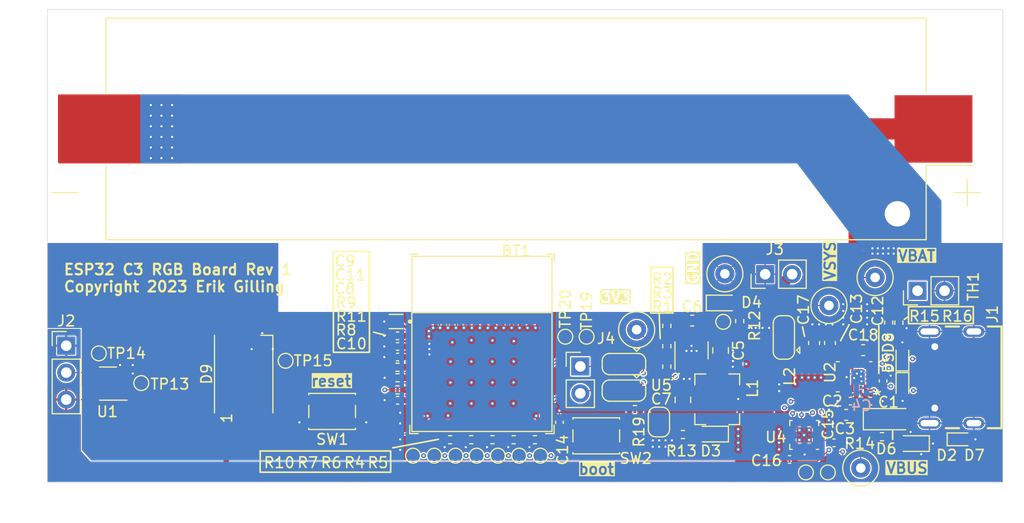
<source format=kicad_pcb>
(kicad_pcb (version 20221018) (generator pcbnew)
  (layers (0 "F.Cu" signal) (1 "In1.Cu" signal) (2 "In2.Cu" signal) (31 "B.Cu" signal) (34 "B.Paste" user) (35 "F.Paste" user) (36 "B.SilkS" user "B.Silkscreen") (37 "F.SilkS" user "F.Silkscreen") (38 "B.Mask" user) (39 "F.Mask" user) (44 "Edge.Cuts" user))
  (net 0 "")
  (net 1 "VBAT")
  (net 2 "GND")
  (net 3 "VBUS")
  (net 4 "/PMID")
  (net 5 "+3V3")
  (net 6 "Net-(U5-FB)")
  (net 7 "/RESET_N")
  (net 8 "/REGN")
  (net 9 "/VSYS_CHG")
  (net 10 "/BOOT")
  (net 11 "/CC2")
  (net 12 "/CC1")
  (net 13 "Net-(D2-A)")
  (net 14 "Net-(D3-A)")
  (net 15 "Net-(D4-A)")
  (net 16 "/USB_D-")
  (net 17 "/USB_D+")
  (net 19 "/STATUS_LED_DATA")
  (net 22 "/LED_DATA_5V")
  (net 23 "/VAUX")
  (net 24 "/AUX_USB_D+")
  (net 25 "/AUX_USB_D-")
  (net 26 "/ESP_USB_D+")
  (net 27 "/ESP_USB_D-")
  (net 28 "/Buck_Coil")
  (net 29 "/PD_INT_N")
  (net 30 "/SDA")
  (net 31 "/SCL")
  (net 32 "/BOARD_ID")
  (net 33 "/CHG_INT_N")
  (net 34 "/TS")
  (net 35 "/CHG_STAT")
  (net 36 "/CHG_PG_N")
  (net 37 "/CHG_CE_N")
  (net 38 "/LED_DATA_3V3")
  (net 39 "/GPIO21")
  (net 56 "VSYS")
  (net 57 "/REG_3V3 ")
  (net 58 "/SW")
  (net 59 "/BTST")
  (net 60 "/VBUS_CONN")
  (net 61 "/3V3_EN")
  (net 62 "/GPIO20")
  (footprint "TestPoint:TestPoint_Pad_D1.0mm" (layer "F.Cu") (at 105.73 131.62)
    (fp_text reference "TP6" hide)
    (fp_text value "CC1")
  )
  (footprint "TestPoint:TestPoint_Loop_D2.60mm_Drill0.9mm_Beaded" (layer "F.Cu") (at 89.78 118.17)
    (fp_text reference "TP5" hide)
    (fp_text value "3V3")
  )
  (footprint "TestPoint:TestPoint_Pad_D1.0mm" (layer "F.Cu") (at 80.699998 130.04 180)
    (fp_text reference "TP12" hide)
    (fp_text value "CHG_CE_N")
  )
  (footprint "Jumper:SolderJumper-2_P1.3mm_Bridged2Bar_RoundedPad1.0x1.5mm" (layer "F.Cu") (at 91.88 126.87 -90)
    (fp_text reference "JP4" hide)
    (fp_text value "SolderJumper_2_Bridged")
  )
  (footprint "Resistor_SMD:R_0402_1005Metric" (layer "F.Cu") (at 112.9 128.25)
    (fp_text reference "R14")
    (fp_text value "820R")
  )
  (footprint "LED_SMD:LED_0603_1608Metric_Pad1.05x0.95mm_HandSolder" (layer "F.Cu") (at 115.7 128.9 180)
    (fp_text reference "D2")
    (fp_text value "RED")
  )
  (footprint "Connector_PinHeader_2.54mm:PinHeader_1x03_P2.54mm_Vertical" (layer "F.Cu") (at 36.03 119.675)
    (fp_text reference "J2")
    (fp_text value "Conn_01x03_Pin")
  )
  (footprint "Resistor_SMD:R_0402_1005Metric" (layer "F.Cu") (at 67.25 121.71)
    (fp_text reference "R9")
    (fp_text value "100K")
  )
  (footprint "Capacitor_SMD:C_0603_1608Metric" (layer "F.Cu") (at 95.015 117.31)
    (fp_text reference "C6")
    (fp_text value "22pF 50V")
  )
  (footprint "Capacitor_SMD:C_0805_2012Metric" (layer "F.Cu") (at 94.14 124.78 90)
    (fp_text reference "C7")
    (fp_text value "10uF 16V")
  )
  (footprint "Resistor_SMD:R_0402_1005Metric" (layer "F.Cu") (at 78.19 128.54)
    (fp_text reference "R4")
    (fp_text value "10K")
  )
  (footprint "TestPoint:TestPoint_Pad_D1.0mm" (layer "F.Cu") (at 56.7 121.1)
    (fp_text reference "TP15")
    (fp_text value "STATUS_LED_DATA")
  )
  (footprint "Resistor_SMD:R_0402_1005Metric" (layer "F.Cu") (at 99.49 117.36 90)
    (fp_text reference "R12")
    (fp_text value "220R")
  )
  (footprint "LED_SMD:LED_0603_1608Metric_Pad1.05x0.95mm_HandSolder" (layer "F.Cu") (at 98 115.65)
    (fp_text reference "D4")
    (fp_text value "YELLOW")
  )
  (footprint "TestPoint:TestPoint_Pad_D1.0mm" (layer "F.Cu") (at 72.706666 130.04 180)
    (fp_text reference "TP11" hide)
    (fp_text value "CHG_INT_N")
  )
  (footprint "Capacitor_SMD:C_0603_1608Metric" (layer "F.Cu") (at 111.125 120.1)
    (fp_text reference "C18")
    (fp_text value "10uF 10V X5R")
  )
  (footprint "Button_Switch_SMD:SW_SPST_PTS810" (layer "F.Cu") (at 61.085 125.875)
    (fp_text reference "SW1")
    (fp_text value "SW_Push")
  )
  (footprint "Capacitor_SMD:C_0402_1005Metric" (layer "F.Cu") (at 67.25 119.75 180)
    (fp_text reference "C11")
    (fp_text value "10nF 10V")
  )
  (footprint "LED_SMD:LED_0603_1608Metric_Pad1.05x0.95mm_HandSolder" (layer "F.Cu") (at 96.765 128.01 180)
    (fp_text reference "D3")
    (fp_text value "GREEN")
  )
  (footprint "Resistor_SMD:R_0402_1005Metric" (layer "F.Cu") (at 72.2 128.54)
    (fp_text reference "R10")
    (fp_text value "10K")
  )
  (footprint "Diode_SMD:D_SOD-523" (layer "F.Cu") (at 114.825 120.8 90)
    (fp_text reference "D8")
    (fp_text value "LESD5D5.0CT1G")
  )
  (footprint "Resistor_SMD:R_0402_1005Metric" (layer "F.Cu") (at 67.25 123.84)
    (fp_text reference "R8")
    (fp_text value "10K")
  )
  (footprint "TestPoint:TestPoint_Pad_D1.0mm" (layer "F.Cu") (at 74.704999 130.04 180)
    (fp_text reference "TP17" hide)
    (fp_text value "SDA")
  )
  (footprint "TestPoint:TestPoint_Loop_D2.60mm_Drill0.9mm_Beaded" (layer "F.Cu") (at 98.09 112.9)
    (fp_text reference "TP18" hide)
    (fp_text value "GND")
  )
  (footprint "Capacitor_SMD:C_0805_2012Metric" (layer "F.Cu") (at 97.69 120.13 -90)
    (fp_text reference "C5")
    (fp_text value "10uF 16V")
  )
  (footprint "Rust_Board:SOD-882" (layer "F.Cu") (at 67.1125 117.4 180)
    (fp_text reference "D1" hide)
    (fp_text value "LESD8D3.3CAT5G" hide)
  )
  (footprint "Package_TO_SOT_SMD:SOT-23-5" (layer "F.Cu") (at 94.95 120.1175 90)
    (fp_text reference "U5")
    (fp_text value "SY8088")
  )
  (footprint "Capacitor_SMD:C_0402_1005Metric" (layer "F.Cu") (at 104.19 130.4 180)
    (fp_text reference "C16")
    (fp_text value "200pf")
  )
  (footprint "Resistor_SMD:R_0402_1005Metric" (layer "F.Cu") (at 114.49 117.51 -90)
    (fp_text reference "R16")
    (fp_text value "4.7K")
  )
  (footprint "Resistor_SMD:R_0402_1005Metric" (layer "F.Cu") (at 80.19 128.54)
    (fp_text reference "R5")
    (fp_text value "10K")
  )
  (footprint "TestPoint:TestPoint_Pad_D1.0mm" (layer "F.Cu") (at 43.1 123.2)
    (fp_text reference "TP13")
    (fp_text value "LED_DATA_3V3")
  )
  (footprint "Resistor_SMD:R_0402_1005Metric" (layer "F.Cu") (at 94.14 128.05)
    (fp_text reference "R13")
    (fp_text value "120R")
  )
  (footprint "Rust_Board:ESP32-C3-MINI-1" (layer "F.Cu") (at 75.2 122.16)
    (fp_text reference "U3" hide)
    (fp_text value "ESP32-C3-MINI-1" hide)
  )
  (footprint "Library:sumida_2.7x1.2" (layer "F.Cu") (at 106.1 122.5 90)
    (fp_text reference "L2")
    (fp_text value "252012CDMCDDS-1R0MC 1uH")
  )
  (footprint "Resistor_SMD:R_0402_1005Metric" (layer "F.Cu") (at 92.62 117.81 -90)
    (fp_text reference "R2")
    (fp_text value "100kR 1%")
  )
  (footprint "TestPoint:TestPoint_Pad_D1.0mm" (layer "F.Cu") (at 68.71 130.04 180)
    (fp_text reference "TP10" hide)
    (fp_text value "CHG_PG_N")
  )
  (footprint "Resistor_SMD:R_0402_1005Metric" (layer "F.Cu") (at 89.61 125.7 180)
    (fp_text reference "R19")
    (fp_text value "10kR 1%")
  )
  (footprint "TestPoint:TestPoint_Pad_D1.0mm" (layer "F.Cu") (at 85.06 118.83)
    (fp_text reference "TP19")
    (fp_text value "GPIO0")
  )
  (footprint "Inductor_SMD:L_Bourns-SRN4018" (layer "F.Cu") (at 97.375 124.73 -90)
    (fp_text reference "L1")
    (fp_text value "SPH4018H2R2MT (2.2uH 2.2A)")
  )
  (footprint "Jumper:SolderJumper-3_P1.3mm_Bridged12_RoundedPad1.0x1.5mm" (layer "F.Cu") (at 88.58 123.91 180)
    (fp_text reference "JP3" hide)
    (fp_text value "USB D- Select")
  )
  (footprint "TestPoint:TestPoint_Pad_D1.0mm" (layer "F.Cu") (at 78.701665 130.04 180)
    (fp_text reference "TP8" hide)
    (fp_text value "PD_INT_N")
  )
  (footprint "Resistor_SMD:R_0402_1005Metric" (layer "F.Cu") (at 92.62 119.73 -90)
    (fp_text reference "R3")
    (fp_text value "22k1R 1%")
  )
  (footprint "Connector_PinHeader_2.54mm:PinHeader_1x02_P2.54mm_Vertical" (layer "F.Cu") (at 84.47 121.63)
    (fp_text reference "J4")
    (fp_text value "AUX_USB")
  )
  (footprint "Resistor_SMD:R_0402_1005Metric" (layer "F.Cu") (at 74.19 128.54)
    (fp_text reference "R7")
    (fp_text value "4.7K")
  )
  (footprint "Capacitor_SMD:C_0402_1005Metric" (layer "F.Cu") (at 109.92 124.9 180)
    (fp_text reference "C2")
    (fp_text value "100nF 25V X5R")
  )
  (footprint "Connector_PinHeader_2.54mm:PinHeader_1x02_P2.54mm_Vertical" (layer "F.Cu") (at 116.25 114.5 90)
    (fp_text reference "TH1")
    (fp_text value "103AT NTC")
  )
  (footprint "Capacitor_SMD:C_0402_1005Metric" (layer "F.Cu") (at 82.5 126.9 -90)
    (fp_text reference "C14")
    (fp_text value "1nF 10V")
  )
  (footprint "Connector_PinHeader_2.54mm:PinHeader_1x02_P2.54mm_Vertical" (layer "F.Cu") (at 101.89 112.94 90)
    (fp_text reference "J3")
    (fp_text value "AUX Power")
  )
  (footprint "Library:BQ25620RYKR" (layer "F.Cu") (at 110.275001 122.607001 180)
    (fp_text reference "U2")
    (fp_text value "BQ25620" hide)
  )
  (footprint "TestPoint:TestPoint_Loop_D2.60mm_Drill0.9mm_Beaded" (layer "F.Cu") (at 107.9 115.89 180)
    (fp_text reference "TP1" hide)
    (fp_text value "VSYS_CHG")
  )
  (footprint "Capacitor_SMD:C_0402_1005Metric" (layer "F.Cu") (at 113 123 90)
    (fp_text reference "C12")
    (fp_text value "4.7uF")
  )
  (footprint "Resistor_SMD:R_0402_1005Metric" (layer "F.Cu") (at 67.25 122.7 180)
    (fp_text reference "R11")
    (fp_text value "0R")
  )
  (footprint "Jumper:SolderJumper-3_P1.3mm_Bridged12_RoundedPad1.0x1.5mm" (layer "F.Cu") (at 103.65 118.9 90)
    (fp_text reference "JP1" hide)
    (fp_text value "VSYS Select")
  )
  (footprint "TestPoint:TestPoint_Loop_D2.60mm_Drill0.9mm_Beaded" (layer "F.Cu") (at 112.25 113.25)
    (fp_text reference "TP4" hide)
    (fp_text value "VBAT")
  )
  (footprint "TestPoint:TestPoint_Pad_D1.0mm" (layer "F.Cu") (at 70.708333 130.04 180)
    (fp_text reference "TP9" hide)
    (fp_text value "CHG_STAT")
  )
  (footprint "Package_TO_SOT_SMD:SOT-23-5" (layer "F.Cu") (at 39.9625 123.25 180)
    (fp_text reference "U1")
    (fp_text value "SN74LV1T34DBV")
  )
  (footprint "LED_SMD:LED_WS2812B_PLCC4_5.0x5.0mm_P3.2mm" (layer "F.Cu") (at 52.75 122.35 90)
    (fp_text reference "D9")
    (fp_text value "WS2812B")
  )
  (footprint "TestPoint:TestPoint_Pad_D1.0mm" (layer "F.Cu") (at 107.8 131.62)
    (fp_text reference "TP7" hide)
    (fp_text value "CC2")
  )
  (footprint "Button_Switch_SMD:SW_SPST_PTS810" (layer "F.Cu") (at 85.975 128.175)
    (fp_text reference "SW2")
    (fp_text value "SW_Push")
  )
  (footprint "Diode_SMD:D_SOD-523" (layer "F.Cu") (at 120.3 128.5)
    (fp_text reference "D7")
    (fp_text value "LESD5D5.0CT1G")
  )
  (footprint "Capacitor_SMD:C_0402_1005Metric" (layer "F.Cu") (at 67.25 118.75 180)
    (fp_text reference "C9")
    (fp_text value "100nF 10V")
  )
  (footprint "Capacitor_SMD:C_0402_1005Metric" (layer "F.Cu") (at 111.82 124.9)
    (fp_text reference "C1")
    (fp_text value "1uF 25V")
  )
  (footprint "TestPoint:TestPoint_Loop_D2.60mm_Drill0.9mm_Beaded" (layer "F.Cu") (at 110.9 131.21)
    (fp_text reference "TP2" hide)
    (fp_text value "VBUS")
  )
  (footprint "Diode_SMD:D_SOD-523" (layer "F.Cu") (at 114.825 123.475 -90)
    (fp_text reference "D5")
    (fp_text value "LESD5D5.0CT1G")
  )
  (footprint "TestPoint:TestPoint_Pad_D1.0mm" (layer "F.Cu") (at 97.94 117.43)
    (fp_text reference "TP3" hide)
    (fp_text value "VSYS")
  )
  (footprint "Capacitor_SMD:C_0402_1005Metric" (layer "F.Cu") (at 67.25 120.75 180)
    (fp_text reference "C8")
    (fp_text value "1uF 16V")
  )
  (footprint "Capacitor_SMD:C_0603_1608Metric" (layer "F.Cu") (at 108 119.425 90)
    (fp_text reference "C13")
    (fp_text value "10uF 10V X5R")
  )
  (footprint "Jumper:SolderJumper-3_P1.3mm_Bridged12_RoundedPad1.0x1.5mm" (layer "F.Cu") (at 88.58 121.41 180)
    (fp_text reference "JP2" hide)
    (fp_text value "USB D+ Select")
  )
  (footprint "TestPoint:TestPoint_Pad_D1.0mm" (layer "F.Cu") (at 83.06 118.83)
    (fp_text reference "TP20")
    (fp_text value "GPIO21")
  )
  (footprint "TestPoint:TestPoint_Pad_D1.0mm" (layer "F.Cu") (at 39.1 120.4)
    (fp_text reference "TP14")
    (fp_text value "LED_DATA_5V")
  )
  (footprint "TestPoint:TestPoint_Pad_D1.0mm" (layer "F.Cu") (at 76.703332 130.04 180)
    (fp_text reference "TP16" hide)
    (fp_text value "SCL")
  )
  (footprint "Package_DFN_QFN:WQFN-14-1EP_2.5x2.5mm_P0.5mm_EP1.45x1.45mm" (layer "F.Cu") (at 105.57 128.09 180)
    (fp_text reference "U4")
    (fp_text value "FUSB302B11MPX")
  )
  (footprint "Capacitor_SMD:C_0402_1005Metric" (layer "F.Cu") (at 108.38 128.83)
    (fp_text reference "C15")
    (fp_text value "200pf")
  )
  (footprint "Capacitor_SMD:C_0603_1608Metric" (layer "F.Cu") (at 106.5 119.425 90)
    (fp_text reference "C17")
    (fp_text value "10uF 10V X5R")
  )
  (footprint "Capacitor_SMD:C_0402_1005Metric" (layer "F.Cu") (at 67.25 124.82 180)
    (fp_text reference "C10")
    (fp_text value "1uF")
  )
  (footprint "Resistor_SMD:R_0402_1005Metric" (layer "F.Cu") (at 76.19 128.54)
    (fp_text reference "R6")
    (fp_text value "4.7K")
  )
  (footprint "Capacitor_SMD:C_0603_1608Metric" (layer "F.Cu") (at 109.525 126.2 180)
    (fp_text reference "C3")
    (fp_text value "10uF 25V X5R")
  )
  (footprint "Resistor_SMD:R_0402_1005Metric" (layer "F.Cu") (at 113.53 117.5 -90)
    (fp_text reference "R15")
    (fp_text value "4.7K")
  )
  (footprint "Resistor_SMD:R_0402_1005Metric" (layer "F.Cu") (at 92.62 121.65 90)
    (fp_text reference "R1")
    (fp_text value "10kR 1%")
  )
  (footprint "Diode_SMD:D_SOD-123" (layer "F.Cu") (at 113.5 126.6)
    (fp_text reference "D6")
    (fp_text value "B5819W")
  )
  (footprint "Rust_Board:GCT_USB4105-GF-A" (layer "F.Cu") (at 121.555 122.66 90)
    (fp_text reference "J1")
    (fp_text value "USB4105-GF-A")
  )
  (footprint "Battery:BatteryHolder_Keystone_1042_1x18650" (layer "F.Cu") (at 78.42 99.25 180)
    (fp_text reference "BT1")
    (fp_text value "18650")
  )
  (footprint "Capacitor_SMD:C_0402_1005Metric" (layer "B.Cu") (at 110.97 124.16)
    (fp_text reference "C4")
    (fp_text value "47nF")
  )
  (gr_line (start 91.9 116.6) (end 92 119) (stroke (width 0.1524)) (layer "F.SilkS"))
  (gr_line (start 109.8 117.7) (end 109 119.2) (stroke (width 0.1524)) (layer "F.SilkS"))
  (gr_rect (start 61.2 110.8) (end 64.6 120.3) (stroke (width 0.1524)) (fill none) (layer "F.SilkS"))
  (gr_rect (start 91.1 112.3) (end 93.2 116.6) (stroke (width 0.1524)) (fill none) (layer "F.SilkS"))
  (gr_line (start 112.6 117.8) (end 112.6 122.3) (stroke (width 0.1524)) (layer "F.SilkS"))
  (gr_line (start 113.9 128.5) (end 113.9 127.7) (stroke (width 0.1524)) (layer "F.SilkS"))
  (gr_line (start 65 118.4) (end 66.1 118.7) (stroke (width 0.1524)) (layer "F.SilkS"))
  (gr_line (start 115.3 117) (end 115 117.2) (stroke (width 0.1524)) (layer "F.SilkS"))
  (gr_line (start 93.1 122.9) (end 93.8 122.3) (stroke (width 0.1524)) (layer "F.SilkS"))
  (gr_rect (start 115.4 116) (end 121.5 117.6) (stroke (width 0.1524)) (fill none) (layer "F.SilkS"))
  (gr_line (start 71.1 128.5) (end 66.8 129.3) (stroke (width 0.1524)) (layer "F.SilkS"))
  (gr_rect (start 54.3 129.6) (end 66.6 131.6) (stroke (width 0.1524)) (fill none) (layer "F.SilkS"))
  (gr_line (start 105.4 117.9) (end 105.6 118.8) (stroke (width 0.1524)) (layer "F.SilkS"))
  (gr_rect (start 34.25 88) (end 124.29 132.54) (stroke (width 0.05)) (fill none) (layer "Edge.Cuts"))
  (gr_text "VBAT" (at 114.3 111.8) (layer "F.SilkS" knockout) (effects (font (size 1 1) (thickness 0.2) bold) (justify left bottom)))
  (gr_text "VSYS" (at 108.6 113.6 90) (layer "F.SilkS" knockout) (effects (font (size 1 1) (thickness 0.2) bold) (justify left bottom)))
  (gr_text "ESP32 C3 RGB Board Rev 1\nCopyright 2023 Erik Gilling" (at 35.7 114.7) (layer "F.SilkS") (effects (font (size 1 1) (thickness 0.2) bold) (justify left bottom)))
  (gr_text "GND" (at 95.7 114 90) (layer "F.SilkS" knockout) (effects (font (size 1 1) (thickness 0.2) bold) (justify left bottom)))
  (gr_text "boot" (at 84.2 131.9) (layer "F.SilkS" knockout) (effects (font (size 1 1) (thickness 0.2) bold) (justify left bottom)))
  (gr_text "VBUS\n" (at 113.2 131.8) (layer "F.SilkS" knockout) (effects (font (size 1 1) (thickness 0.2) bold) (justify left bottom)))
  (gr_text "reset" (at 59 123.6) (layer "F.SilkS" knockout) (effects (font (size 1 1) (thickness 0.2) bold) (justify left bottom)))
  (gr_text "3V3" (at 86.3 115.7) (layer "F.SilkS" knockout) (effects (font (size 1 1) (thickness 0.2) bold) (justify left bottom)))
  (segment (start 110.100001 121.657001) (end 110.100001 120.959999) (width 0.2) (layer "F.Cu") (net 1))
  (segment (start 111 100) (end 111 108) (width 2) (layer "F.Cu") (net 1))
  (segment (start 110.100001 120.959999) (end 110.2 120.86) (width 0.2) (layer "F.Cu") (net 1))
  (segment (start 111.75 99.25) (end 111 100) (width 2) (layer "F.Cu") (net 1))
  (segment (start 112.25 113.25) (end 110.75 113.25) (width 0.09) (layer "F.Cu") (net 1))
  (segment (start 117.75 99.25) (end 111.75 99.25) (width 2) (layer "F.Cu") (net 1))
  (segment (start 109.700002 122.822465) (end 109.56 122.682463) (width 0.2) (layer "F.Cu") (net 2))
  (segment (start 105.07 127.59) (end 105.12 127.64) (width 0.09) (layer "F.Cu") (net 2))
  (segment (start 66.04 124.82) (end 66.03 124.81) (width 0.09) (layer "F.Cu") (net 2))
  (segment (start 66.74 122.7) (end 66.03 122.7) (width 0.09) (layer "F.Cu") (net 2))
  (segment (start 109.56 122.682463) (end 109.56 122.64) (width 0.2) (layer "F.Cu") (net 2))
  (segment (start 109.700002 123.557001) (end 109.700002 122.822465) (width 0.2) (layer "F.Cu") (net 2))
  (segment (start 109.700002 124.639998) (end 109.44 124.9) (width 0.2) (layer "F.Cu") (net 2))
  (segment (start 109.700002 123.557001) (end 109.700002 124.639998) (width 0.2) (layer "F.Cu") (net 2))
  (segment (start 104.3075 127.59) (end 105.07 127.59) (width 0.09) (layer "F.Cu") (net 2))
  (segment (start 66.77 124.82) (end 66.04 124.82) (width 0.09) (layer "F.Cu") (net 2))
  (via (at 106.03 127.62) (size 0.45) (drill 0.2) (layers "F.Cu" "B.Cu") (net 2))
  (via (at 107.9 126.7) (size 0.45) (drill 0.2) (layers "F.Cu" "B.Cu") (net 2))
  (via (at 100.366666 118) (size 0.45) (drill 0.2) (layers "F.Cu" "B.Cu") (net 2))
  (via (at 82.5 125.8) (size 0.45) (drill 0.2) (layers "F.Cu" "B.Cu") (net 2))
  (via (at 112.96 124.9) (size 0.45) (drill 0.2) (layers "F.Cu" "B.Cu") (net 2))
  (via (at 45 98) (size 0.45) (drill 0.2) (layers "F.Cu" "B.Cu") (net 2))
  (via (at 105.56 128.1) (size 0.45) (drill 0.2) (layers "F.Cu" "B.Cu") (net 2))
  (via (at 77.25 118) (size 0.45) (drill 0.2) (layers "F.Cu" "B.Cu") (net 2))
  (via (at 78.21 119.25) (size 0.45) (drill 0.2) (layers "F.Cu" "B.Cu") (net 2))
  (via (at 46 98) (size 0.45) (drill 0.2) (layers "F.Cu" "B.Cu") (net 2))
  (via (at 115.6 127.8) (size 0.45) (drill 0.2) (layers "F.Cu" "B.Cu") (net 2))
  (via (at 72.75 118) (size 0.45) (drill 0.2) (layers "F.Cu" "B.Cu") (net 2))
  (via (at 112.13 119.19) (size 0.45) (drill 0.2) (layers "F.Cu" "B.Cu") (net 2))
  (via (at 80.25 118) (size 0.45) (drill 0.2) (layers "F.Cu" "B.Cu") (net 2))
  (via (at 74.25 118) (size 0.45) (drill 0.2) (layers "F.Cu" "B.Cu") (net 2))
  (via (at 114.82 119.36) (size 0.45) (drill 0.2) (layers "F.Cu" "B.Cu") (net 2))
  (via (at 44 101) (size 0.45) (drill 0.2) (layers "F.Cu" "B.Cu") (net 2))
  (via (at 53.5 120) (size 0.45) (drill 0.2) (layers "F.Cu" "B.Cu") (net 2))
  (via (at 98.84 120.12) (size 0.45) (drill 0.2) (layers "F.Cu" "B.Cu") (net 2))
  (via (at 115.21 118.03) (size 0.45) (drill 0.2) (layers "F.Cu" "B.Cu") (net 2))
  (via (at 72.23 123.15) (size 0.45) (drill 0.2) (layers "F.Cu" "B.Cu") (net 2))
  (via (at 108.7 125.4) (size 0.45) (drill 0.2) (layers "F.Cu" "B.Cu") (net 2))
  (via (at 74.21 125.13) (size 0.45) (drill 0.2) (layers "F.Cu" "B.Cu") (net 2))
  (via (at 78.19 121.16) (size 0.45) (drill 0.2) (layers "F.Cu" "B.Cu") (net 2))
  (via (at 113 111) (size 0.45) (drill 0.2) (layers "F.Cu" "B.Cu") (net 2))
  (via (at 109.25 117.036667) (size 0.45) (drill 0.2) (layers "F.Cu" "B.Cu") (net 2))
  (via (at 105.12 127.64) (size 0.45) (drill 0.2) (layers "F.Cu" "B.Cu") (net 2))
  (via (at 44 97) (size 0.45) (drill 0.2) (layers "F.Cu" "B.Cu") (net 2))
  (via (at 99.35 129.45) (size 0.45) (drill 0.2) (layers "F.Cu" "B.Cu") (net 2))
  (via (at 108.3 127) (size 0.45) (drill 0.2) (layers "F.Cu" "B.Cu") (net 2))
  (via (at 71.25 118) (size 0.45) (drill 0.2) (layers "F.Cu" "B.Cu") (net 2))
  (via (at 70.2 118.8) (size 0.45) (drill 0.2) (layers "F.Cu" "B.Cu") (net 2))
  (via (at 114 110.5) (size 0.45) (drill 0.2) (layers "F.Cu" "B.Cu") (net 2))
  (via (at 44 98) (size 0.45) (drill 0.2) (layers "F.Cu" "B.Cu") (net 2))
  (via (at 112.5 110.5) (size 0.45) (drill 0.2) (layers "F.Cu" "B.Cu") (net 2))
  (via (at 99.35 128.183333) (size 0.45) (drill 0.2) (layers "F.Cu" "B.Cu") (net 2))
  (via (at 101.633333 118) (size 0.45) (drill 0.2) (layers "F.Cu" "B.Cu") (net 2))
  (via (at 112.5 111) (size 0.45) (drill 0.2) (layers "F.Cu" "B.Cu") (net 2))
  (via (at 121.7 128.5) (size 0.45) (drill 0.2) (layers "F.Cu" "B.Cu") (net 2))
  (via (at 66.03 124.81) (size 0.45) (drill 0.2) (layers "F.Cu" "B.Cu") (net 2))
  (via (at 67.5 127) (size 0.45) (drill 0.2) (layers "F.Cu" "B.Cu") (net 2))
  (via (at 78.75 118) (size 0.45) (drill 0.2) (layers "F.Cu" "B.Cu") (net 2))
  (via (at 44 100) (size 0.45) (drill 0.2) (layers "F.Cu" "B.Cu") (net 2))
  (via (at 72.01 126.27) (size 0.45) (drill 0.2) (layers "F.Cu" "B.Cu") (net 2))
  (via (at 111.5 117.036667) (size 0.45) (drill 0.2) (layers "F.Cu" "B.Cu") (net 2))
  (via (at 111.53 119.18) (size 0.45) (drill 0.2) (layers "F.Cu" "B.Cu") (net 2))
  (via (at 73.5 118) (size 0.45) (drill 0.2) (layers "F.Cu" "B.Cu") (net 2))
  (via (at 74.21 119.16) (size 0.45) (drill 0.2) (layers "F.Cu" "B.Cu") (net 2))
  (via (at 102.266666 118) (size 0.45) (drill 0.2) (layers "F.Cu" "B.Cu") (net 2))
  (via (at 112 110.5) (size 0.45) (drill 0.2) (layers "F.Cu" "B.Cu") (net 2))
  (via (at 98.85 121.12) (size 0.45) (drill 0.2) (layers "F.Cu" "B.Cu") (net 2))
  (via (at 67.5 126) (size 0.45) (drill 0.2) (layers "F.Cu" "B.Cu") (net 2))
  (via (at 114.84 124.88) (size 0.45) (drill 0.2) (layers "F.Cu" "B.Cu") (net 2))
  (via (at 103.2 128.816666) (size 0.45) (drill 0.2) (layers "F.Cu" "B.Cu") (net 2))
  (via (at 108.236667 117.67) (size 0.45) (drill 0.2) (layers "F.Cu" "B.Cu") (net 2))
  (via (at 99.35 128.816666) (size 0.45) (drill 0.2) (layers "F.Cu" "B.Cu") (net 2))
  (via (at 99.35 127.55) (size 0.45) (drill 0.2) (layers "F.Cu" "B.Cu") (net 2))
  (via (at 95.43 120.17) (size 0.45) (drill 0.2) (layers "F.Cu" "B.Cu") (net 2))
  (via (at 108.7 124.9) (size 0.45) (drill 0.2) (layers "F.Cu" "B.Cu") (net 2))
  (via (at 109.25 115.77) (size 0.45) (drill 0.2) (layers "F.Cu" "B.Cu") (net 2))
  (via (at 75 118) (size 0.45) (drill 0.2) (layers "F.Cu" "B.Cu") (net 2))
  (via (at 111.5 117.67) (size 0.45) (drill 0.2) (layers "F.Cu" "B.Cu") (net 2))
  (via (at 111.5 115.77) (size 0.45) (drill 0.2) (layers "F.Cu" "B.Cu") (net 2))
  (via (at 45 99) (size 0.45) (drill 0.2) (layers "F.Cu" "B.Cu") (net 2))
  (via (at 116.6 129.9) (size 0.45) (drill 0.2) (layers "F.Cu" "B.Cu") (net 2))
  (via (at 72.41 119.36) (size 0.45) (drill 0.2) (layers "F.Cu" "B.Cu") (net 2))
  (via (at 45 100) (size 0.45) (drill 0.2) (layers "F.Cu" "B.Cu") (net 2))
  (via (at 106.336667 117.67) (size 0.45) (drill 0.2) (layers "F.Cu" "B.Cu") (net 2))
  (via (at 42.3 122.3) (size 0.45) (drill 0.2) (layers "F.Cu" "B.Cu") (net 2))
  (via (at 94.95 120.17) (size 0.45) (drill 0.2) (layers "F.Cu" "B.Cu") (net 2))
  (via (at 109.56 122.64) (size 0.45) (drill 0.2) (layers "F.Cu" "B.Cu") (net 2))
  (via (at 54.5 118.5) (size 0.45) (drill 0.2) (layers "F.Cu" "B.Cu") (net 2))
  (via (at 74.2 121.17) (size 0.45) (drill 0.2) (layers "F.Cu" "B.Cu") (net 2))
  (via (at 112 111) (size 0.45) (drill 0.2) (layers "F.Cu" "B.Cu") (net 2))
  (via (at 76.5 118) (size 0.45) (drill 0.2) (layers "F.Cu" "B.Cu") (net 2))
  (via (at 103.2 128.183333) (size 0.45) (drill 0.2) (layers "F.Cu" "B.Cu") (net 2))
  (via (at 67.5 129.5) (size 0.45) (drill 0.2) (layers "F.Cu" "B.Cu") (net 2))
  (via (at 45 101) (size 0.45) (drill 0.2) (layers "F.Cu" "B.Cu") (net 2))
  (via (at 41.1 121.5) (size 0.45) (drill 0.2) (layers "F.Cu" "B.Cu") (net 2))
  (via (at 111.5 116.403334) (size 0.45) (drill 0.2) (layers "F.Cu" "B.Cu") (net 2))
  (via (at 109.6 128.8) (size 0.45) (drill 0.2) (layers "F.Cu" "B.Cu") (net 2))
  (via (at 75.75 118) (size 0.45) (drill 0.2) (layers "F.Cu" "B.Cu") (net 2))
  (via (at 94.95 119.69) (size 0.45) (drill 0.2) (layers "F.Cu" "B.Cu") (net 2))
  (via (at 94.47 120.17) (size 0.45) (drill 0.2) (layers "F.Cu" "B.Cu") (net 2))
  (via (at 78.17 125.12) (size 0.45) (drill 0.2) (layers "F.Cu" "B.Cu") (net 2))
  (via (at 46 100) (size 0.45) (drill 0.2) (layers "F.Cu" "B.Cu") (net 2))
  (via (at 46 101) (size 0.45) (drill 0.2) (layers "F.Cu" "B.Cu") (net 2))
  (via (at 113.71 122.5) (size 0.45) (drill 0.2) (layers "F.Cu" "B.Cu") (net 2))
  (via (at 44 102) (size 0.45) (drill 0.2) (layers "F.Cu" "B.Cu") (net 2))
  (via (at 64.3 126.9) (size 0.45) (drill 0.2) (layers "F.Cu" "B.Cu") (net 2))
  (via (at 107.9 126.2) (size 0.45) (drill 0.2) (layers "F.Cu" "B.Cu") (net 2))
  (via (at 99.35 124.7) (size 0.45) (drill 0.2) (layers "F.Cu" "B.Cu") (net 2))
  (via (at 105.12 128.56) (size 0.45) (drill 0.2) (layers "F.Cu" "B.Cu") (net 2))
  (via (at 46 102) (size 0.45) (drill 0.2) (layers "F.Cu" "B.Cu") (net 2))
  (via (at 78 118) (size 0.45) (drill 0.2) (layers "F.Cu" "B.Cu") (net 2))
  (via (at 113.5 110.5) (size 0.45) (drill 0.2) (layers "F.Cu" "B.Cu") (net 2))
  (via (at 66 119.75) (size 0.45) (drill 0.2) (layers "F.Cu" "B.Cu") (net 2))
  (via (at 106.97 117.67) (size 0.45) (drill 0.2) (layers "F.Cu" "B.Cu") (net 2))
  (via (at 67.5 128.5) (size 0.45) (drill 0.2) (layers "F.Cu" "B.Cu") (net 2))
  (via (at 101 118) (size 0.45) (drill 0.2) (layers "F.Cu" "B.Cu") (net 2))
  (via (at 117.7 128.9) (size 0.45) (drill 0.2) (layers "F.Cu" "B.Cu") (net 2))
  (via (at 76.19 123.15) (size 0.45) (drill 0.2) (layers "F.Cu" "B.Cu") (net 2))
  (via (at 70.08 126.29) (size 0.45) (drill 0.2) (layers "F.Cu" "B.Cu") (net 2))
  (via (at 46 99) (size 0.45) (drill 0.2) (layers "F.Cu" "B.Cu") (net 2))
  (via (at 66 117.4) (size 0.45) (drill 0.2) (layers "F.Cu" "B.Cu") (net 2))
  (via (at 109.25 117.67) (size 0.45) (drill 0.2) (layers "F.Cu" "B.Cu") (net 2))
  (via (at 66 120.75) (size 0.45) (drill 0.2) (layers "F.Cu" "B.Cu") (net 2))
  (via (at 109.25 116.403334) (size 0.45) (drill 0.2) (layers "F.Cu" "B.Cu") (net 2))
  (via (at 103.21 123.96) (size 0.45) (drill 0.2) (layers "F.Cu" "B.Cu") (net 2))
  (via (at 113.5 111) (size 0.45) (drill 0.2) (layers "F.Cu" "B.Cu") (net 2))
  (via (at 98.84 121.66) (size 0.45) (drill 0.2) (layers "F.Cu" "B.Cu") (net 2))
  (via (at 103.2 129.45) (size 0.45) (drill 0.2) (layers "F.Cu" "B.Cu") (net 2))
  (via (at 106.03 128.55) (size 0.45) (drill 0.2) (layers "F.Cu" "B.Cu") (net 2))
  (via (at 114 111) (size 0.45) (drill 0.2) (layers "F.Cu" "B.Cu") (net 2))
  (via (at 42.3 121.5) (size 0.45) (drill 0.2) (layers "F.Cu" "B.Cu") (net 2))
  (via (at 72 118) (size 0.45) (drill 0.2) (layers "F.Cu" "B.Cu") (net 2))
  (via (at 66 118.75) (size 0.45) (drill 0.2) (layers "F.Cu" "B.Cu") (net 2))
  (via (at 72.22 125.12) (size 0.45) (drill 0.2) (layers "F.Cu" "B.Cu") (net 2))
  (via (at 70.6 118) (size 0.45) (drill 0.2) (layers "F.Cu" "B.Cu") (net 2))
  (via (at 103.2 127.55) (size 0.45) (drill 0.2) (layers "F.Cu" "B.Cu") (net 2))
  (via (at 45 97) (size 0.45) (drill 0.2) (layers "F.Cu" "B.Cu") (net 2))
  (via (at 76.19 119.18) (size 0.45) (drill 0.2) (layers "F.Cu" "B.Cu") (net 2))
  (via (at 108.2 125.3) (size 0.45) (drill 0.2) (layers "F.Cu" "B.Cu") (net 2))
  (via (at 66.03 122.7) (size 0.45) (drill 0.2) (layers "F.Cu" "B.Cu") (net 2))
  (via (at 76.19 125.13) (size 0.45) (drill 0.2) (layers "F.Cu" "B.Cu") (net 2))
  (via (at 46 97) (size 0.45) (drill 0.2) (layers "F.Cu" "B.Cu") (net 2))
  (via (at 114.5 111) (size 0.45) (drill 0.2) (layers "F.Cu" "B.Cu") (net 2))
  (via (at 79.5 118) (size 0.45) (drill 0.2) (layers "F.Cu" "B.Cu") (net 2))
  (via (at 107.603333 117.67) (size 0.45) (drill 0.2) (layers "F.Cu" "B.Cu") (net 2))
  (via (at 45 102) (size 0.45) (drill 0.2) (layers "F.Cu" "B.Cu") (net 2))
  (via (at 98.84 120.61) (size 0.45) (drill 0.2) (layers "F.Cu" "B.Cu") (net 2))
  (via (at 78.18 123.14) (size 0.45) (drill 0.2) (layers "F.Cu" "B.Cu") (net 2))
  (via (at 72.24 121.18) (size 0.45) (drill 0.2) (layers "F.Cu" "B.Cu") (net 2))
  (via (at 70.2 118.3) (size 0.45) (drill 0.2) (layers "F.Cu" "B.Cu") (net 2))
  (via (at 94.23 122.81) (size 0.45) (drill 0.2) (layers "F.Cu" "B.Cu") (net 2))
  (via (at 113 110.5) (size 0.45) (drill 0.2) (layers "F.Cu" "B.Cu") (net 2))
  (via (at 80.31 126.29) (size 0.45) (drill 0.2) (layers "F.Cu" "B.Cu") (net 2))
  (via (at 55.5 120) (size 0.45) (drill 0.2) (layers "F.Cu" "B.Cu") (net 2))
  (via (at 44 99) (size 0.45) (drill 0.2) (layers "F.Cu" "B.Cu") (net 2))
  (via (at 76.18 121.17) (size 0.45) (drill 0.2) (layers "F.Cu" "B.Cu") (net 2))
  (via (at 103.21 123.326667) (size 0.45) (drill 0.2) (layers "F.Cu" "B.Cu") (net 2))
  (via (at 94.77 122.8) (size 0.45) (drill 0.2) (layers "F.Cu" "B.Cu") (net 2))
  (via (at 114.5 110.5) (size 0.45) (drill 0.2) (layers "F.Cu" "B.Cu") (net 2))
  (via (at 74.21 123.15) (size 0.45) (drill 0.2) (layers "F.Cu" "B.Cu") (net 2))
  (via (at 58 126.9) (size 0.45) (drill 0.2) (layers "F.Cu" "B.Cu") (net 2))
  (via (at 107.9 125.7) (size 0.45) (drill 0.2) (layers "F.Cu" "B.Cu") (net 2))
  (segment (start 112.39 127.14) (end 111.85 126.6) (width 0.09) (layer "F.Cu") (net 3))
  (segment (start 106.8325 128.09) (end 110.36 128.09) (width 0.25) (layer "F.Cu") (net 3))
  (segment (start 110.9 131.21) (end 110.9 128.63) (width 0.09) (layer "F.Cu") (net 3))
  (segment (start 110.9 128.63) (end 110.36 128.09) (width 0.09) (layer "F.Cu") (net 3))
  (segment (start 110.9 124.11) (end 111.07 124.28) (width 0.2) (layer "F.Cu") (net 3))
  (segment (start 112.39 128.25) (end 112.39 127.14) (width 0.09) (layer "F.Cu") (net 3))
  (segment (start 110.36 128.09) (end 111.85 126.6) (width 0.25) (layer "F.Cu") (net 3))
  (segment (start 110.9 123.748001) (end 110.9 124.11) (width 0.2) (layer "F.Cu") (net 3))
  (segment (start 110.500001 124.799999) (end 110.500001 123.557001) (width 0.2) (layer "F.Cu") (net 4))
  (segment (start 110.4 126.1) (end 110.3 126.2) (width 0.2) (layer "F.Cu") (net 4))
  (segment (start 110.4 124.9) (end 110.500001 124.799999) (width 0.2) (layer "F.Cu") (net 4))
  (segment (start 66.77 121.71) (end 67.73 120.75) (width 0.09) (layer "F.Cu") (net 5))
  (segment (start 79.68 128.54) (end 79.68 129.24) (width 0.09) (layer "F.Cu") (net 5))
  (segment (start 90.12 125.7) (end 90.12 126.203246) (width 0.09) (layer "F.Cu") (net 5))
  (segment (start 107 126.87) (end 107.02 126.87) (width 0.2) (layer "F.Cu") (net 5))
  (segment (start 66.73 121.71) (end 66.77 121.71) (width 0.09) (layer "F.Cu") (net 5))
  (segment (start 105.82 129.720498) (end 105.609998 129.9305) (width 0.2) (layer "F.Cu") (net 5))
  (segment (start 71.69 128.54) (end 71.69 129.24) (width 0.09) (layer "F.Cu") (net 5))
  (segment (start 91 119.39) (end 91 124.82) (width 0.09) (layer "F.Cu") (net 5))
  (segment (start 90.12 126.203246) (end 91.436754 127.52) (width 0.09) (layer "F.Cu") (net 5))
  (segment (start 77.68 128.54) (end 77.68 129.24) (width 0.09) (layer "F.Cu") (net 5))
  (segment (start 106.8325 127.59) (end 106.8325 127.34) (width 0.2) (layer "F.Cu") (net 5))
  (segment (start 105.32 129.3525) (end 105.32 129.640502) (width 0.2) (layer "F.Cu") (net 5))
  (segment (start 89.78 118.17) (end 91 119.39) (width 0.09) (layer "F.Cu") (net 5))
  (segment (start 73.68 128.54) (end 73.68 129.24) (width 0.09) (layer "F.Cu") (net 5))
  (segment (start 106.8325 127.34) (end 106.68125 127.18875) (width 0.2) (layer "F.Cu") (net 5))
  (segment (start 75.68 128.54) (end 75.68 129.24) (width 0.09) (layer "F.Cu") (net 5))
  (segment (start 68.2 118.1375) (end 67.4625 117.4) (width 0.2) (layer "F.Cu") (net 5))
  (segment (start 106.68125 127.18875) (end 106.32 126.8275) (width 0.2) (layer "F.Cu") (net 5))
  (segment (start 105.32 129.640502) (end 105.609998 129.9305) (width 0.2) (layer "F.Cu") (net 5))
  (segment (start 91 124.82) (end 90.12 125.7) (width 0.09) (layer "F.Cu") (net 5))
  (segment (start 106.68125 127.18875) (end 107 126.87) (width 0.2) (layer "F.Cu") (net 5))
  (segment (start 91.436754 127.52) (end 91.88 127.52) (width 0.09) (layer "F.Cu") (net 5))
  (segment (start 105.82 129.3525) (end 105.82 129.720498) (width 0.2) (layer "F.Cu") (net 5))
  (segment (start 66.74 123.84) (end 66.04 123.84) (width 0.09) (layer "F.Cu") (net 5))
  (segment (start 68.2 119.2) (end 68.2 118.1375) (width 0.2) (layer "F.Cu") (net 5))
  (via (at 107.02 126.87) (size 0.45) (drill 0.2) (layers "F.Cu" "B.Cu") (net 5))
  (via (at 91.3 129.2) (size 0.45) (drill 0.2) (layers "F.Cu" "B.Cu") (net 5))
  (via (at 93.1 129.2) (size 0.45) (drill 0.2) (layers "F.Cu" "B.Cu") (net 5))
  (via (at 92.5 128.6) (size 0.45) (drill 0.2) (layers "F.Cu" "B.Cu") (net 5))
  (via (at 70.25 120.5) (size 0.45) (drill 0.2) (layers "F.Cu" "B.Cu") (net 5))
  (via (at 73.68 129.24) (size 0.45) (drill 0.2) (layers "F.Cu" "B.Cu") (net 5))
  (via (at 77.68 129.24) (size 0.45) (drill 0.2) (layers "F.Cu" "B.Cu") (net 5))
  (via (at 105.609998 129.9305) (size 0.45) (drill 0.2) (layers "F.Cu" "B.Cu") (net 5))
  (via (at 70.25 120) (size 0.45) (drill 0.2) (layers "F.Cu" "B.Cu") (net 5))
  (via (at 91.9 128.6) (size 0.45) (drill 0.2) (layers "F.Cu" "B.Cu") (net 5))
  (via (at 93.1 128.6) (size 0.45) (drill 0.2) (layers "F.Cu" "B.Cu") (net 5))
  (via (at 79.68 129.24) (size 0.45) (drill 0.2) (layers "F.Cu" "B.Cu") (net 5))
  (via (at 92.5 129.2) (size 0.45) (drill 0.2) (layers "F.Cu" "B.Cu") (net 5))
  (via (at 71.69 129.24) (size 0.45) (drill 0.2) (layers "F.Cu" "B.Cu") (net 5))
  (via (at 70.25 119.5) (size 0.45) (drill 0.2) (layers "F.Cu" "B.Cu") (net 5))
  (via (at 91.9 129.2) (size 0.45) (drill 0.2) (layers "F.Cu" "B.Cu") (net 5))
  (via (at 66.04 123.84) (size 0.45) (drill 0.2) (layers "F.Cu" "B.Cu") (net 5))
  (via (at 91.3 128.6) (size 0.45) (drill 0.2) (layers "F.Cu" "B.Cu") (net 5))
  (via (at 75.68 129.24) (size 0.45) (drill 0.2) (layers "F.Cu" "B.Cu") (net 5))
  (segment (start 66.04 123.84) (end 66.05 123.83) (width 0.09) (layer "B.Cu") (net 5))
  (segment (start 66.05 123.83) (end 68.36 123.83) (width 0.09) (layer "B.Cu") (net 5))
  (segment (start 68.36 123.83) (end 68.44 123.75) (width 0.09) (layer "B.Cu") (net 5))
  (segment (start 93.76 119.22) (end 94 118.98) (width 0.2) (layer "F.Cu") (net 6))
  (segment (start 94.56 118.42) (end 95.02 118.42) (width 0.2) (layer "F.Cu") (net 6))
  (segment (start 92.62 119.22) (end 92.62 118.32) (width 0.2) (layer "F.Cu") (net 6))
  (segment (start 94 118.98) (end 94.56 118.42) (width 0.2) (layer "F.Cu") (net 6))
  (segment (start 95.02 118.42) (end 95.39 118.05) (width 0.2) (layer "F.Cu") (net 6))
  (segment (start 95.39 117.71) (end 95.79 117.31) (width 0.2) (layer "F.Cu") (net 6))
  (segment (start 95.39 118.05) (end 95.39 117.71) (width 0.2) (layer "F.Cu") (net 6))
  (segment (start 92.62 119.22) (end 93.76 119.22) (width 0.2) (layer "F.Cu") (net 6))
  (segment (start 67.24 125.54) (end 67.73 125.05) (width 0.09) (layer "F.Cu") (net 7))
  (segment (start 59.01 124.8) (end 63.16 124.8) (width 0.09) (layer "F.Cu") (net 7))
  (segment (start 67.73 124.82) (end 67.73 123.87) (width 0.09) (layer "F.Cu") (net 7))
  (segment (start 63.16 124.8) (end 63.9 125.54) (width 0.09) (layer "F.Cu") (net 7))
  (segment (start 67.76 123.84) (end 67.84 123.76) (width 0.09) (layer "F.Cu") (net 7))
  (segment (start 67.84 123.76) (end 69.3 123.76) (width 0.09) (layer "F.Cu") (net 7))
  (segment (start 67.73 123.87) (end 67.76 123.84) (width 0.09) (layer "F.Cu") (net 7))
  (segment (start 67.73 125.05) (end 67.73 124.82) (width 0.09) (layer "F.Cu") (net 7))
  (segment (start 63.9 125.54) (end 67.24 125.54) (width 0.09) (layer "F.Cu") (net 7))
  (segment (start 112.57 123.48) (end 113 123.48) (width 0.2) (layer "F.Cu") (net 8))
  (segment (start 113.72 123.48) (end 113.73 123.49) (width 0.09) (layer "F.Cu") (net 8))
  (segment (start 111.663001 123) (end 112.09 123) (width 0.2) (layer "F.Cu") (net 8))
  (segment (start 112.09 123) (end 112.57 123.48) (width 0.2) (layer "F.Cu") (net 8))
  (segment (start 113.53 118.01) (end 113.53 118.87) (width 0.09) (layer "F.Cu") (net 8))
  (segment (start 113 123.48) (end 113.72 123.48) (width 0.09) (layer "F.Cu") (net 8))
  (via (at 113.73 123.49) (size 0.45) (drill 0.2) (layers "F.Cu" "B.Cu") (net 8))
  (via (at 113.53 118.87) (size 0.45) (drill 0.2) (layers "F.Cu" "B.Cu") (net 8))
  (segment (start 105.31 116.69) (end 105.31 119.76) (width 0.09) (layer "F.Cu") (net 9))
  (segment (start 107.9 115.89) (end 106.11 115.89) (width 0.09) (layer "F.Cu") (net 9))
  (segment (start 105.34 116.66) (end 105.31 116.69) (width 0.09) (layer "F.Cu") (net 9))
  (segment (start 106.11 115.89) (end 105.34 116.66) (width 0.09) (layer "F.Cu") (net 9))
  (segment (start 109.700002 121.657001) (end 109.700002 121.067002) (width 0.2) (layer "F.Cu") (net 9))
  (segment (start 109.700002 121.067002) (end 109.64 121.007) (width 0.2) (layer "F.Cu") (net 9))
  (segment (start 79.2 127.204) (end 79.2 127.06) (width 0.09) (layer "F.Cu") (net 10))
  (segment (start 82.248 127.632) (end 79.628 127.632) (width 0.09) (layer "F.Cu") (net 10))
  (segment (start 82.5 127.38) (end 82.248 127.632) (width 0.09) (layer "F.Cu") (net 10))
  (segment (start 88.05 127.1) (end 83.9 127.1) (width 0.09) (layer "F.Cu") (net 10))
  (segment (start 79.628 127.632) (end 79.2 127.204) (width 0.09) (layer "F.Cu") (net 10))
  (segment (start 83.9 127.1) (end 82.78 127.1) (width 0.09) (layer "F.Cu") (net 10))
  (segment (start 82.78 127.1) (end 82.5 127.38) (width 0.09) (layer "F.Cu") (net 10))
  (segment (start 89.1 126.05) (end 88.05 127.1) (width 0.09) (layer "F.Cu") (net 10))
  (segment (start 89.1 125.7) (end 89.1 126.05) (width 0.09) (layer "F.Cu") (net 10))
  (segment (start 107.66 128.59) (end 106.8325 128.59) (width 0.09) (layer "F.Cu") (net 11))
  (segment (start 115.79 120.91) (end 115.78 120.92) (width 0.09) (layer "F.Cu") (net 11))
  (segment (start 106.32 129.1025) (end 106.32 129.3525) (width 0.09) (layer "F.Cu") (net 11))
  (segment (start 107.9 128.83) (end 107.66 128.59) (width 0.09) (layer "F.Cu") (net 11))
  (segment (start 106.8325 128.59) (end 106.32 129.1025) (width 0.09) (layer "F.Cu") (net 11))
  (segment (start 107.8 131.62) (end 109.19 130.23) (width 0.09) (layer "F.Cu") (net 11))
  (segment (start 108.74 129.67) (end 109.19 129.67) (width 0.09) (layer "F.Cu") (net 11))
  (segment (start 109.19 130.23) (end 109.19 129.67) (width 0.09) (layer "F.Cu") (net 11))
  (segment (start 116.8 120.91) (end 115.79 120.91) (width 0.09) (layer "F.Cu") (net 11))
  (segment (start 107.9 128.83) (end 108.74 129.67) (width 0.09) (layer "F.Cu") (net 11))
  (via (at 109.19 129.67) (size 0.45) (drill 0.2) (layers "F.Cu" "B.Cu") (net 11))
  (via (at 115.78 120.92) (size 0.45) (drill 0.2) (layers "F.Cu" "B.Cu") (net 11))
  (segment (start 104.82 129.1025) (end 104.82 129.3525) (width 0.09) (layer "F.Cu") (net 12))
  (segment (start 104.67 130.4) (end 104.85 130.58) (width 0.09) (layer "F.Cu") (net 12))
  (segment (start 105.73 130.58) (end 106.81 130.58) (width 0.09) (layer "F.Cu") (net 12))
  (segment (start 104.82 130.25) (end 104.82 129.3525) (width 0.09) (layer "F.Cu") (net 12))
  (segment (start 104.82 129.3525) (end 104.82 129.21) (width 0.2) (layer "F.Cu") (net 12))
  (segment (start 104.3075 128.59) (end 104.82 129.1025) (width 0.09) (layer "F.Cu") (net 12))
  (segment (start 104.67 130.4) (end 104.82 130.25) (width 0.09) (layer "F.Cu") (net 12))
  (segment (start 106.81 130.58) (end 107.89 129.5) (width 0.09) (layer "F.Cu") (net 12))
  (segment (start 104.85 130.58) (end 105.73 130.58) (width 0.09) (layer "F.Cu") (net 12))
  (segment (start 116.8 123.91) (end 115.85 123.91) (width 0.09) (layer "F.Cu") (net 12))
  (segment (start 105.73 131.62) (end 105.73 130.58) (width 0.09) (layer "F.Cu") (net 12))
  (via (at 107.89 129.5) (size 0.45) (drill 0.2) (layers "F.Cu" "B.Cu") (net 12))
  (via (at 115.85 123.91) (size 0.45) (drill 0.2) (layers "F.Cu" "B.Cu") (net 12))
  (segment (start 114.175 128.25) (end 113.41 128.25) (width 0.09) (layer "F.Cu") (net 13))
  (segment (start 114.825 128.9) (end 114.175 128.25) (width 0.09) (layer "F.Cu") (net 13))
  (segment (start 95.85 128.05) (end 95.89 128.01) (width 0.09) (layer "F.Cu") (net 14))
  (segment (start 94.65 128.05) (end 95.85 128.05) (width 0.09) (layer "F.Cu") (net 14))
  (segment (start 99.49 116.85) (end 99.49 116.265) (width 0.09) (layer "F.Cu") (net 15))
  (segment (start 99.49 116.265) (end 98.875 115.65) (width 0.09) (layer "F.Cu") (net 15))
  (segment (start 116.135 123.41) (end 115.95 123.225) (width 0.09) (layer "F.Cu") (net 16))
  (segment (start 116.8 123.41) (end 116.135 123.41) (width 0.09) (layer "F.Cu") (net 16))
  (segment (start 111.875497 122.200002) (end 111.663001 122.200002) (width 0.09) (layer "F.Cu") (net 16))
  (segment (start 112.94 121.37) (end 112.705499 121.37) (width 0.09) (layer "F.Cu") (net 16))
  (segment (start 113.04 121.27) (end 112.94 121.37) (width 0.09) (layer "F.Cu") (net 16))
  (segment (start 112.705499 121.37) (end 111.875497 122.200002) (width 0.09) (layer "F.Cu") (net 16))
  (segment (start 89.88 123.66) (end 89.88 123.91) (width 0.09) (layer "F.Cu") (net 16))
  (segment (start 115.95 122.41) (end 115.19 122.41) (width 0.09) (layer "F.Cu") (net 16))
  (segment (start 116.8 122.41) (end 115.95 122.41) (width 0.09) (layer "F.Cu") (net 16))
  (segment (start 115.19 122.41) (end 114.825 122.775) (width 0.09) (layer "F.Cu") (net 16))
  (segment (start 90.43 123.11) (end 89.88 123.66) (width 0.09) (layer "F.Cu") (net 16))
  (segment (start 114.825 122.775) (end 114.825 122.365) (width 0.09) (layer "F.Cu") (net 16))
  (segment (start 113.73 121.27) (end 113.04 121.27) (width 0.09) (layer "F.Cu") (net 16))
  (segment (start 115.95 123.225) (end 115.95 122.41) (width 0.09) (layer "F.Cu") (net 16))
  (segment (start 114.825 122.365) (end 113.73 121.27) (width 0.09) (layer "F.Cu") (net 16))
  (via (at 112.94 121.37) (size 0.45) (drill 0.2) (layers "F.Cu" "B.Cu") (net 16))
  (via (at 90.43 123.11) (size 0.45) (drill 0.2) (layers "F.Cu" "B.Cu") (net 16))
  (segment (start 111.823 121.757) (end 112.8395 120.7405) (width 0.09) (layer "F.Cu") (net 17))
  (segment (start 90.42 121.95) (end 89.88 121.41) (width 0.09) (layer "F.Cu") (net 17))
  (segment (start 114.825 121.5) (end 114.0655 120.7405) (width 0.09) (layer "F.Cu") (net 17))
  (segment (start 117.46 121.91) (end 117.547 121.997) (width 0.09) (layer "F.Cu") (net 17))
  (segment (start 111.299993 121.757) (end 111.823 121.757) (width 0.09) (layer "F.Cu") (net 17))
  (segment (start 90.42 122.26) (end 90.42 121.95) (width 0.09) (layer "F.Cu") (net 17))
  (segment (start 115.235 121.91) (end 114.825 121.5) (width 0.09) (layer "F.Cu") (net 17))
  (segment (start 112.8395 120.7405) (end 113.28 120.7405) (width 0.09) (layer "F.Cu") (net 17))
  (segment (start 116.8 121.91) (end 115.235 121.91) (width 0.09) (layer "F.Cu") (net 17))
  (segment (start 117.547 121.997) (end 117.547 122.828) (width 0.09) (layer "F.Cu") (net 17))
  (segment (start 117.547 122.828) (end 117.465 122.91) (width 0.09) (layer "F.Cu") (net 17))
  (segment (start 116.8 121.91) (end 117.46 121.91) (width 0.09) (layer "F.Cu") (net 17))
  (segment (start 117.465 122.91) (end 116.8 122.91) (width 0.09) (layer "F.Cu") (net 17))
  (segment (start 114.0655 120.7405) (end 113.28 120.7405) (width 0.09) (layer "F.Cu") (net 17))
  (via (at 90.42 122.26) (size 0.45) (drill 0.2) (layers "F.Cu" "B.Cu") (net 17))
  (via (at 113.28 120.7405) (size 0.45) (drill 0.2) (layers "F.Cu" "B.Cu") (net 17))
  (segment (start 69.3 122.16) (end 69.1 122.16) (width 0.09) (layer "F.Cu") (net 19))
  (segment (start 52.3 121.1) (end 51.1 119.9) (width 0.09) (layer "F.Cu") (net 19))
  (segment (start 56.7 121.1) (end 52.3 121.1) (width 0.09) (layer "F.Cu") (net 19))
  (segment (start 68.068 123.192) (end 58.792 123.192) (width 0.09) (layer "F.Cu") (net 19))
  (segment (start 58.792 123.192) (end 56.7 121.1) (width 0.09) (layer "F.Cu") (net 19))
  (segment (start 69.1 122.16) (end 68.068 123.192) (width 0.09) (layer "F.Cu") (net 19))
  (segment (start 39.1 122.025) (end 39.1 120.4) (width 0.09) (layer "F.Cu") (net 22))
  (segment (start 38.825 122.3) (end 39.1 122.025) (width 0.09) (layer "F.Cu") (net 22))
  (segment (start 38.825 122.3) (end 38.74 122.215) (width 0.09) (layer "F.Cu") (net 22))
  (segment (start 38.74 122.215) (end 36.03 122.215) (width 0.09) (layer "F.Cu") (net 22))
  (segment (start 103.65 117.6) (end 103.65 113.72) (width 1) (layer "F.Cu") (net 23))
  (segment (start 103.65 113.72) (end 104.43 112.94) (width 1) (layer "F.Cu") (net 23))
  (segment (start 84.47 121.63) (end 87.06 121.63) (width 0.09) (layer "F.Cu") (net 24))
  (segment (start 87.06 121.63) (end 87.28 121.41) (width 0.09) (layer "F.Cu") (net 24))
  (segment (start 84.73 123.91) (end 87.28 123.91) (width 0.09) (layer "F.Cu") (net 25))
  (segment (start 84.47 124.17) (end 84.73 123.91) (width 0.09) (layer "F.Cu") (net 25))
  (segment (start 88.58 122.17) (end 88.19 122.56) (width 0.09) (layer "F.Cu") (net 26))
  (segment (start 88.19 122.56) (end 85.73 122.56) (width 0.09) (layer "F.Cu") (net 26))
  (segment (start 88.58 121.41) (end 88.58 122.17) (width 0.09) (layer "F.Cu") (net 26))
  (segment (start 82.09 124.56) (end 81.1 124.56) (width 0.09) (layer "F.Cu") (net 26))
  (segment (start 85.73 122.56) (end 85.45 122.84) (width 0.09) (layer "F.Cu") (net 26))
  (segment (start 83.81 122.84) (end 82.09 124.56) (width 0.09) (layer "F.Cu") (net 26))
  (segment (start 85.45 122.84) (end 83.81 122.84) (width 0.09) (layer "F.Cu") (net 26))
  (segment (start 81.596178 125.36) (end 81.1 125.36) (width 0.09) (layer "F.Cu") (net 27))
  (segment (start 88.58 123.66) (end 87.696501 122.776501) (width 0.09) (layer "F.Cu") (net 27))
  (segment (start 85.539677 123.056501) (end 83.899677 123.056501) (width 0.09) (layer "F.Cu") (net 27))
  (segment (start 87.696501 122.776501) (end 85.819678 122.776501) (width 0.09) (layer "F.Cu") (net 27))
  (segment (start 85.819678 122.776501) (end 85.539677 123.056501) (width 0.09) (layer "F.Cu") (net 27))
  (segment (start 83.899677 123.056501) (end 81.596178 125.36) (width 0.09) (layer "F.Cu") (net 27))
  (segment (start 88.58 123.91) (end 88.58 123.66) (width 0.09) (layer "F.Cu") (net 27))
  (segment (start 105.82 126.53) (end 106.36 125.99) (width 0.09) (layer "F.Cu") (net 29))
  (segment (start 78.701665 130.04) (end 78.701665 128.541665) (width 0.09) (layer "F.Cu") (net 29))
  (segment (start 77.6 127.26) (end 78.7 128.36) (width 0.09) (layer "F.Cu") (net 29))
  (segment (start 78.701665 128.541665) (end 78.7 128.54) (width 0.09) (layer "F.Cu") (net 29))
  (segment (start 105.82 126.8275) (end 105.82 126.53) (width 0.09) (layer "F.Cu") (net 29))
  (segment (start 78.701665 130.04) (end 79.69 130.04) (width 0.09) (layer "F.Cu") (net 29))
  (segment (start 77.6 127.06) (end 77.6 127.26) (width 0.09) (layer "F.Cu") (net 29))
  (segment (start 78.7 128.36) (end 78.7 128.54) (width 0.09) (layer "F.Cu") (net 29))
  (via (at 106.36 125.99) (size 0.45) (drill 0.2) (layers "F.Cu" "B.Cu") (net 29))
  (via (at 79.69 130.04) (size 0.45) (drill 0.2) (layers "F.Cu" "B.Cu") (net 29))
  (segment (start 104.48 126.4875) (end 104.48 126.06) (width 0.09) (layer "F.Cu") (net 30))
  (segment (start 104.82 126.8275) (end 104.48 126.4875) (width 0.09) (layer "F.Cu") (net 30))
  (segment (start 108.123002 122.962001) (end 108.123002 123.916845) (width 0.09) (layer "F.Cu") (net 30))
  (segment (start 74.704999 128.544999) (end 74.7 128.54) (width 0.09) (layer "F.Cu") (net 30))
  (segment (start 106.749847 125.29) (end 105.25 125.29) (width 0.09) (layer "F.Cu") (net 30))
  (segment (start 76 127.06) (end 76 127.24) (width 0.09) (layer "F.Cu") (net 30))
  (segment (start 74.704999 130.04) (end 75.7 130.04) (width 0.09) (layer "F.Cu") (net 30))
  (segment (start 108.123002 123.916845) (end 106.749847 125.29) (width 0.09) (layer "F.Cu") (net 30))
  (segment (start 74.704999 130.04) (end 74.704999 128.544999) (width 0.09) (layer "F.Cu") (net 30))
  (segment (start 105.25 125.29) (end 104.48 126.06) (width 0.09) (layer "F.Cu") (net 30))
  (segment (start 108.875001 122.600001) (end 108.485002 122.600001) (width 0.09) (layer "F.Cu") (net 30))
  (segment (start 76 127.24) (end 74.7 128.54) (width 0.09) (layer "F.Cu") (net 30))
  (segment (start 108.485002 122.600001) (end 108.123002 122.962001) (width 0.09) (layer "F.Cu") (net 30))
  (via (at 75.7 130.04) (size 0.45) (drill 0.2) (layers "F.Cu" "B.Cu") (net 30))
  (via (at 104.48 126.06) (size 0.45) (drill 0.2) (layers "F.Cu" "B.Cu") (net 30))
  (segment (start 106.876026 125.51) (end 105.62 125.51) (width 0.09) (layer "F.Cu") (net 31))
  (segment (start 76.8 128.44) (end 76.7 128.54) (width 0.09) (layer "F.Cu") (net 31))
  (segment (start 108.339503 123.335499) (end 108.339503 124.046523) (width 0.09) (layer "F.Cu") (net 31))
  (segment (start 105.62 125.51) (end 105.32 125.81) (width 0.09) (layer "F.Cu") (net 31))
  (segment (start 108.339503 124.046523) (end 106.876026 125.51) (width 0.09) (layer "F.Cu") (net 31))
  (segment (start 105.32 126.8275) (end 105.32 126.186001) (width 0.09) (layer "F.Cu") (net 31))
  (segment (start 108.675002 123) (end 108.339503 123.335499) (width 0.09) (layer "F.Cu") (net 31))
  (segment (start 76.703332 128.543332) (end 76.7 128.54) (width 0.09) (layer "F.Cu") (net 31))
  (segment (start 76.8 127.06) (end 76.8 128.44) (width 0.09) (layer "F.Cu") (net 31))
  (segment (start 76.703332 130.04) (end 77.7 130.04) (width 0.09) (layer "F.Cu") (net 31))
  (segment (start 76.703332 130.04) (end 76.703332 128.543332) (width 0.09) (layer "F.Cu") (net 31))
  (segment (start 105.32 125.81) (end 105.32 126.186001) (width 0.09) (layer "F.Cu") (net 31))
  (segment (start 108.875001 123) (end 108.675002 123) (width 0.09) (layer "F.Cu") (net 31))
  (via (at 77.7 130.04) (size 0.45) (drill 0.2) (layers "F.Cu" "B.Cu") (net 31))
  (via (at 105.32 126.186001) (size 0.45) (drill 0.2) (layers "F.Cu" "B.Cu") (net 31))
  (segment (start 68.1 121.36) (end 69.3 121.36) (width 0.09) (layer "F.Cu") (net 32))
  (segment (start 67.75 122.7) (end 67.75 121.71) (width 0.09) (layer "F.Cu") (net 32))
  (segment (start 67.75 121.71) (end 68.1 121.36) (width 0.09) (layer "F.Cu") (net 32))
  (segment (start 75.2 127.06) (end 75.2 127.26) (width 0.09) (layer "F.Cu") (net 33))
  (segment (start 75.2 127.26) (end 74.42 128.04) (width 0.09) (layer "F.Cu") (net 33))
  (segment (start 73.21 128.04) (end 72.71 128.54) (width 0.09) (layer "F.Cu") (net 33))
  (segment (start 72.706666 130.04) (end 73.7 130.04) (width 0.09) (layer "F.Cu") (net 33))
  (segment (start 72.71 128.54) (end 72.706666 128.543334) (width 0.09) (layer "F.Cu") (net 33))
  (segment (start 106.66017 125.073499) (end 105.160323 125.073499) (width 0.09) (layer "F.Cu") (net 33))
  (segment (start 105.160323 125.073499) (end 104.713822 125.52) (width 0.09) (layer "F.Cu") (net 33))
  (segment (start 72.706666 128.543334) (end 72.706666 130.04) (width 0.09) (layer "F.Cu") (net 33))
  (segment (start 107.906501 122.871618) (end 107.906501 123.827168) (width 0.09) (layer "F.Cu") (net 33))
  (segment (start 74.42 128.04) (end 73.21 128.04) (width 0.09) (layer "F.Cu") (net 33))
  (segment (start 108.578117 122.200002) (end 107.906501 122.871618) (width 0.09) (layer "F.Cu") (net 33))
  (segment (start 104.713822 125.52) (end 103.71 125.52) (width 0.09) (layer "F.Cu") (net 33))
  (segment (start 108.875001 122.200002) (end 108.578117 122.200002) (width 0.09) (layer "F.Cu") (net 33))
  (segment (start 107.906501 123.827168) (end 106.66017 125.073499) (width 0.09) (layer "F.Cu") (net 33))
  (via (at 73.7 130.04) (size 0.45) (drill 0.2) (layers "F.Cu" "B.Cu") (net 33))
  (via (at 103.71 125.52) (size 0.45) (drill 0.2) (layers "F.Cu" "B.Cu") (net 33))
  (segment (start 114.49 117) (end 114.48 116.99) (width 0.09) (layer "F.Cu") (net 34))
  (segment (start 111.142002 120.825) (end 112.445 120.825) (width 0.09) (layer "F.Cu") (net 34))
  (segment (start 114.49 116.26) (end 116.25 114.5) (width 0.09) (layer "F.Cu") (net 34))
  (segment (start 110.9 121.457001) (end 110.9 121.067002) (width 0.09) (layer "F.Cu") (net 34))
  (segment (start 114.49 117) (end 114.49 116.26) (width 0.09) (layer "F.Cu") (net 34))
  (segment (start 114.48 116.99) (end 113.53 116.99) (width 0.09) (layer "F.Cu") (net 34))
  (segment (start 112.445 120.825) (end 112.64 120.63) (width 0.09) (layer "F.Cu") (net 34))
  (segment (start 112.64 120.63) (end 112.64 117.88) (width 0.09) (layer "F.Cu") (net 34))
  (segment (start 112.64 117.88) (end 113.53 116.99) (width 0.09) (layer "F.Cu") (net 34))
  (segment (start 110.9 121.067002) (end 111.142002 120.825) (width 0.09) (layer "F.Cu") (net 34))
  (segment (start 106.570493 124.856998) (end 104.387052 124.856998) (width 0.09) (layer "F.Cu") (net 35))
  (segment (start 70.708333 130.04) (end 71.7 130.04) (width 0.09) (layer "F.Cu") (net 35))
  (segment (start 71.43 128.04) (end 70.708333 128.761667) (width 0.09) (layer "F.Cu") (net 35))
  (segment (start 104.387052 124.856998) (end 104.31 124.93405) (width 0.09) (layer "F.Cu") (net 35))
  (segment (start 109.300002 121.757) (end 108.653 121.757) (width 0.09) (layer "F.Cu") (net 35))
  (segment (start 73.6 127.06) (end 73.6 127.26) (width 0.09) (layer "F.Cu") (net 35))
  (segment (start 70.708333 128.761667) (end 70.708333 130.04) (width 0.09) (layer "F.Cu") (net 35))
  (segment (start 73.6 127.26) (end 72.82 128.04) (width 0.09) (layer "F.Cu") (net 35))
  (segment (start 107.69 122.72) (end 107.69 123.737491) (width 0.09) (layer "F.Cu") (net 35))
  (segment (start 107.69 123.737491) (end 106.570493 124.856998) (width 0.09) (layer "F.Cu") (net 35))
  (segment (start 108.653 121.757) (end 107.69 122.72) (width 0.09) (layer "F.Cu") (net 35))
  (segment (start 72.82 128.04) (end 71.43 128.04) (width 0.09) (layer "F.Cu") (net 35))
  (via (at 71.7 130.04) (size 0.45) (drill 0.2) (layers "F.Cu" "B.Cu") (net 35))
  (via (at 104.31 124.93405) (size 0.45) (drill 0.2) (layers "F.Cu" "B.Cu") (net 35))
  (segment (start 113.282 122.068) (end 113.54 121.81) (width 0.09) (layer "F.Cu") (net 36))
  (segment (start 71.2 127.06) (end 71.2 127.55) (width 0.09) (layer "F.Cu") (net 36))
  (segment (start 112.67686 122.068) (end 113.282 122.068) (width 0.09) (layer "F.Cu") (net 36))
  (segment (start 111.663001 122.600001) (end 112.144859 122.600001) (width 0.09) (layer "F.Cu") (net 36))
  (segment (start 71.2 127.55) (end 68.71 130.04) (width 0.09) (layer "F.Cu") (net 36))
  (segment (start 112.144859 122.600001) (end 112.67686 122.068) (width 0.09) (layer "F.Cu") (net 36))
  (segment (start 68.71 130.04) (end 69.7 130.04) (width 0.09) (layer "F.Cu") (net 36))
  (via (at 113.54 121.81) (size 0.45) (drill 0.2) (layers "F.Cu" "B.Cu") (net 36))
  (via (at 69.7 130.04) (size 0.45) (drill 0.2) (layers "F.Cu" "B.Cu") (net 36))
  (segment (start 78.4 127.06) (end 78.4 127.26) (width 0.09) (layer "F.Cu") (net 37))
  (segment (start 80.699998 130.04) (end 81.71 130.04) (width 0.09) (layer "F.Cu") (net 37))
  (segment (start 80.699998 128.540002) (end 80.7 128.54) (width 0.09) (layer "F.Cu") (net 37))
  (segment (start 78.4 127.26) (end 79.188 128.048) (width 0.09) (layer "F.Cu") (net 37))
  (segment (start 109.300002 123.457002) (end 107.2 125.557004) (width 0.09) (layer "F.Cu") (net 37))
  (segment (start 80.208 128.048) (end 80.7 128.54) (width 0.09) (layer "F.Cu") (net 37))
  (segment (start 80.699998 130.04) (end 80.699998 128.540002) (width 0.09) (layer "F.Cu") (net 37))
  (segment (start 79.188 128.048) (end 80.208 128.048) (width 0.09) (layer "F.Cu") (net 37))
  (segment (start 107.2 125.557004) (end 107.2 125.9) (width 0.09) (layer "F.Cu") (net 37))
  (via (at 107.2 125.9) (size 0.45) (drill 0.2) (layers "F.Cu" "B.Cu") (net 37))
  (via (at 81.71 130.04) (size 0.45) (drill 0.2) (layers "F.Cu" "B.Cu") (net 37))
  (segment (start 57.2 126.9) (end 58.3 128) (width 0.09) (layer "F.Cu") (net 38))
  (segment (start 55.9 123.2) (end 57.2 124.5) (width 0.09) (layer "F.Cu") (net 38))
  (segment (start 70.303116 127.06) (end 70.4 127.06) (width 0.09) (layer "F.Cu") (net 38))
  (segment (start 69.363116 128) (end 70.303116 127.06) (width 0.09) (layer "F.Cu") (net 38))
  (segment (start 58.3 128) (end 69.363116 128) (width 0.09) (layer "F.Cu") (net 38))
  (segment (start 43.1 123.2) (end 55.9 123.2) (width 0.09) (layer "F.Cu") (net 38))
  (segment (start 41.15 123.2) (end 43.1 123.2) (width 0.09) (layer "F.Cu") (net 38))
  (segment (start 41.1 123.25) (end 41.15 123.2) (width 0.09) (layer "F.Cu") (net 38))
  (segment (start 57.2 124.5) (end 57.2 126.9) (width 0.09) (layer "F.Cu") (net 38))
  (segment (start 83.06 118.83) (end 83.06 120.12) (width 0.09) (layer "F.Cu") (net 39))
  (segment (start 83.06 120.12) (end 81.82 121.36) (width 0.09) (layer "F.Cu") (net 39))
  (segment (start 81.82 121.36) (end 81.1 121.36) (width 0.09) (layer "F.Cu") (net 39))
  (segment (start 99.49 117.87) (end 99.49 118.86) (width 0.09) (layer "F.Cu") (net 56))
  (segment (start 97.69 119.18) (end 97.94 118.93) (width 0.09) (layer "F.Cu") (net 56))
  (segment (start 99.49 118.86) (end 99.475 118.875) (width 0.09) (layer "F.Cu") (net 56))
  (segment (start 93.02 122.56) (end 93.43 122.56) (width 0.09) (layer "F.Cu") (net 56))
  (segment (start 38.27 124.755) (end 38.825 124.2) (width 0.09) (layer "F.Cu") (net 56))
  (segment (start 36.03 124.755) (end 38.27 124.755) (width 0.09) (layer "F.Cu") (net 56))
  (segment (start 51.1 124.8) (end 51.1 130.8) (width 0.5) (layer "F.Cu") (net 56))
  (segment (start 97.94 118.93) (end 97.94 117.43) (width 0.09) (layer "F.Cu") (net 56))
  (segment (start 92.62 122.16) (end 93.02 122.56) (width 0.09) (layer "F.Cu") (net 56))
  (via (at 93.43 122.56) (size 0.45) (drill 0.2) (layers "F.Cu" "B.Cu") (net 56))
  (via (at 100.1 121.4) (size 0.45) (drill 0.2) (layers "F.Cu" "B.Cu") (net 56))
  (segment (start 92.073 123.663) (end 92.073 117.847) (width 0.2) (layer "F.Cu") (net 57))
  (segment (start 94.14 125.73) (end 92.073 123.663) (width 0.2) (layer "F.Cu") (net 57))
  (segment (start 94.24 117.31) (end 92.63 117.31) (width 0.2) (layer "F.Cu") (net 57))
  (segment (start 92.073 117.847) (end 92.62 117.3) (width 0.2) (layer "F.Cu") (net 57))
  (segment (start 92.63 117.31) (end 92.62 117.3) (width 0.2) (layer "F.Cu") (net 57))
  (segment (start 110.100001 123.557001) (end 110.100001 122.539999) (width 0.2) (layer "F.Cu") (net 58))
  (segment (start 110.100001 122.539999) (end 110.13 122.51) (width 0.2) (layer "F.Cu") (net 58))
  (via (at 105.97 122.68) (size 0.45) (drill 0.2) (layers "F.Cu" "B.Cu") (net 58))
  (via (at 104.72 122.68) (size 0.45) (drill 0.2) (layers "F.Cu" "B.Cu") (net 58))
  (via (at 106.55 122.68) (size 0.45) (drill 0.2) (layers "F.Cu" "B.Cu") (net 58))
  (via (at 105.36 122.68) (size 0.45) (drill 0.2) (layers "F.Cu" "B.Cu") (net 58))
  (via (at 107.15 122.68) (size 0.45) (drill 0.2) (layers "F.Cu" "B.Cu") (net 58))
  (via (at 110.97 123.03) (size 0.45) (drill 0.2) (layers "F.Cu" "B.Cu") (net 58))
  (via (at 104.72 123.29) (size 0.45) (drill 0.2) (layers "F.Cu" "B.Cu") (net 58))
  (via (at 110.95 122.11) (size 0.45) (drill 0.2) (layers "F.Cu" "B.Cu") (net 58))
  (via (at 110.53 122.31) (size 0.45) (drill 0.2) (layers "F.Cu" "B.Cu") (net 58))
  (via (at 110.27 122.72) (size 0.45) (drill 0.2) (layers "F.Cu" "B.Cu") (net 58))
  (via (at 110.92 122.57) (size 0.45) (drill 0.2) (layers "F.Cu" "B.Cu") (net 58))
  (segment (start 111.299993 123.457002) (end 111.299993 123.749993) (width 0.2) (layer "F.Cu") (net 59))
  (segment (start 111.299993 123.749993) (end 111.47 123.92) (width 0.2) (layer "F.Cu") (net 59))
  (segment (start 112.12 123.92) (end 111.47 123.92) (width 0.25) (layer "F.Cu") (net 59))
  (via (at 112.12 123.92) (size 0.45) (drill 0.2) (layers "F.Cu" "B.Cu") (net 59))
  (segment (start 111.45 124.16) (end 111.88 124.16) (width 0.3) (layer "B.Cu") (net 59))
  (segment (start 111.88 124.16) (end 112.12 123.92) (width 0.3) (layer "B.Cu") (net 59))
  (segment (start 115.15 126.6) (end 115.2 126.6) (width 0.2) (layer "F.Cu") (net 60))
  (segment (start 117.8 127.9) (end 118.4 128.5) (width 0.2) (layer "F.Cu") (net 60))
  (segment (start 116.5 127.9) (end 117.8 127.9) (width 0.2) (layer "F.Cu") (net 60))
  (segment (start 118.4 128.5) (end 119.6 128.5) (width 0.2) (layer "F.Cu") (net 60))
  (segment (start 115.2 126.6) (end 116.5 127.9) (width 0.2) (layer "F.Cu") (net 60))
  (segment (start 94 121.255) (end 93.885 121.14) (width 0.09) (layer "F.Cu") (net 61))
  (segment (start 93.885 121.14) (end 92.62 121.14) (width 0.09) (layer "F.Cu") (net 61))
  (segment (start 85.06 118.83) (end 84.66 118.83) (width 0.09) (layer "F.Cu") (net 62))
  (segment (start 84.66 118.83) (end 81.33 122.16) (width 0.09) (layer "F.Cu") (net 62))
  (segment (start 81.33 122.16) (end 81.1 122.16) (width 0.09) (layer "F.Cu") (net 62))
  (zone (net 2) (net_name "GND") (layer "F.Cu") (priority 19) (connect_pads yes (clearance 0.1)) (min_thickness 0.25) (fill yes (thermal_gap 0.5) (thermal_bridge_width 0.5))
    (polygon (pts (xy 35.25 96) (xy 47 96) (xy 47 102.5) (xy 35.25 102.5)))
  )
  (zone (net 3) (net_name "VBUS") (layer "F.Cu") (priority 5) (connect_pads yes (clearance 0.1)) (min_thickness 0.25) (fill yes (thermal_gap 0.5) (thermal_bridge_width 0.5))
    (polygon (pts (xy 110.8 123.44) (xy 110.8 124.22) (xy 110.93 124.43) (xy 110.93 125.73) (xy 111.42 126.2) (xy 111.4 127.07) (xy 112.25 126.17) (xy 111.75 125.67) (xy 111.74 125.21) (xy 111.74 124.64) (xy 111 124.06) (xy 111 123.44)))
  )
  (zone (net 28) (net_name "/Buck_Coil") (layer "F.Cu") (priority 11) (connect_pads yes (clearance 0.1)) (min_thickness 0.1) (fill yes (thermal_gap 0.1) (thermal_bridge_width 0.1))
    (polygon (pts (xy 95.61 120.75) (xy 96.19 120.75) (xy 96.19 123.24) (xy 95.61 123.24)))
  )
  (zone (net 58) (net_name "/SW") (layer "F.Cu") (priority 9) (connect_pads yes (clearance 0.1)) (min_thickness 0.25) (fill yes (thermal_gap 0.5) (thermal_bridge_width 0.5))
    (polygon (pts (xy 104.38 122.36) (xy 104.38 124.48) (xy 107.74 124.48) (xy 107.74 122.36)))
  )
  (zone (net 2) (net_name "GND") (layer "F.Cu") (priority 1) (connect_pads (clearance 0.1)) (min_thickness 0.25) (fill yes (thermal_gap 0.1) (thermal_bridge_width 0.5))
    (polygon (pts (xy 109.33 121.98) (xy 109.33 123.23) (xy 109.86 123.23) (xy 109.86 121.98)))
  )
  (zone (net 60) (net_name "/VBUS_CONN") (layer "F.Cu") (priority 15) (connect_pads yes (clearance 0.1)) (min_thickness 0.1) (fill yes (thermal_gap 0.1) (thermal_bridge_width 0.1) (island_removal_mode 2) (island_area_min 10))
    (polygon (pts (xy 116.23 125.36) (xy 116.23 124.76) (xy 117.37 124.76) (xy 117.37 120.56) (xy 116.23 120.56) (xy 116.23 119.96) (xy 117.74 119.96) (xy 118.45 120.35) (xy 118.43 125.01) (xy 117.59 125.35)))
  )
  (zone (net 60) (net_name "/VBUS_CONN") (layer "F.Cu") (priority 13) (connect_pads yes (clearance 0.1)) (min_thickness 0.1) (fill yes (thermal_gap 0.1) (thermal_bridge_width 0.1) (island_removal_mode 2) (island_area_min 10))
    (polygon (pts (xy 114.71 126.99) (xy 115.58 126.99) (xy 115.58 125.89) (xy 116.25 125.33) (xy 117.3 125.33) (xy 117.29 124.82) (xy 115.88 124.82) (xy 114.71 125.79)))
  )
  (zone (net 5) (net_name "+3V3") (layer "F.Cu") (priority 17) (connect_pads (clearance 0.1)) (min_thickness 0.1) (fill yes (thermal_gap 0.1) (thermal_bridge_width 0.1) (island_removal_mode 2) (island_area_min 10))
    (polygon (pts (xy 93.5 127) (xy 93.5 129.5) (xy 91 129.5) (xy 91 127)))
  )
  (zone (net 1) (net_name "VBAT") (layer "F.Cu") (priority 7) (connect_pads yes (clearance 0.1)) (min_thickness 0.25) (fill yes (thermal_gap 0.5) (thermal_bridge_width 0.5))
    (polygon (pts (xy 110 121.16) (xy 110 120.72) (xy 109.75 120.5) (xy 109.75 100.25) (xy 111 100.25) (xy 111 120.5) (xy 110.73 120.88) (xy 110.34 120.88) (xy 110.2 121.16)))
  )
  (zone (net 4) (net_name "/PMID") (layer "F.Cu") (priority 4) (connect_pads yes (clearance 0.1)) (min_thickness 0.25) (fill yes (thermal_gap 0.5) (thermal_bridge_width 0.5))
    (polygon (pts (xy 110.6 124.05) (xy 110.6 124.39) (xy 110.68 124.47) (xy 110.68 125.26) (xy 110.75 125.42) (xy 110.75 126.67) (xy 109.85 126.67) (xy 109.85 125.56) (xy 110.11 125.25) (xy 110.11 124.62) (xy 110.36 124.4) (xy 110.4 124.05)))
  )
  (zone (net 9) (net_name "/VSYS_CHG") (layer "F.Cu") (priority 6) (connect_pads yes (clearance 0.1)) (min_thickness 0.25) (fill yes (thermal_gap 0.5) (thermal_bridge_width 0.5))
    (polygon (pts (xy 109.8 121.16) (xy 109.8 120.86) (xy 109.68 120.75) (xy 109.68 119.53) (xy 102.89 119.53) (xy 102.89 122.05) (xy 107.9 122.05) (xy 107.9 120.95) (xy 109.44 120.95) (xy 109.6 121.16)))
  )
  (zone (net 57) (net_name "/REG_3V3 ") (layer "F.Cu") (priority 14) (connect_pads yes (clearance 0.1)) (min_thickness 0.1) (fill yes (thermal_gap 0.1) (thermal_bridge_width 0.1) (island_removal_mode 2) (island_area_min 10))
    (polygon (pts (xy 99 125.51) (xy 91.5 125.51) (xy 91.1 125.8) (xy 91.1 126.7) (xy 95.23 126.71) (xy 95.59 127.01) (xy 99 127)))
  )
  (zone (net 56) (net_name "VSYS") (layer "F.Cu") (priority 16) (connect_pads (clearance 0.1)) (min_thickness 0.1) (fill yes (thermal_gap 0.1) (thermal_bridge_width 0.2) (island_removal_mode 2) (island_area_min 10))
    (polygon (pts (xy 102.71 119.15) (xy 102.67 132.81) (xy 34.1 132.81) (xy 34.2 130.6) (xy 34.2 123.5) (xy 37.4 123.5) (xy 37.4 129.6) (xy 38.3 130.6) (xy 99 130.6) (xy 99.87 129.82) (xy 99.85 119.15)))
  )
  (zone (net 56) (net_name "VSYS") (layer "F.Cu") (priority 12) (connect_pads yes (clearance 0.1)) (min_thickness 0.1) (fill yes (thermal_gap 0.1) (thermal_bridge_width 0.1))
    (polygon (pts (xy 100.08 119.675) (xy 95.6 119.675) (xy 95.6 118.7) (xy 98.525 118.7) (xy 98.875 118.41) (xy 103.15 118.41) (xy 103.15 119.39) (xy 100.39 119.39)))
  )
  (zone (net 5) (net_name "+3V3") (layer "F.Cu") (priority 18) (connect_pads (clearance 0.1)) (min_thickness 0.1) (fill yes (thermal_gap 0.1) (thermal_bridge_width 0.1) (island_removal_mode 2) (island_area_min 10))
    (polygon (pts (xy 67.5 118.5) (xy 67.5 121) (xy 68.25 121) (xy 69 120) (xy 69.75 120) (xy 70 120.25) (xy 70 120.75) (xy 70.75 120.75) (xy 70.75 119.25) (xy 70 119.25) (xy 69.75 119.5) (xy 69 119.5) (xy 68.25 118.5)))
  )
  (zone (net 58) (net_name "/SW") (layer "F.Cu") (connect_pads (clearance 0.1)) (min_thickness 0.1) (fill yes (thermal_gap 0.1) (thermal_bridge_width 0.1))
    (polygon (pts (xy 110.01 121.84) (xy 110 123.34) (xy 111.28 123.34) (xy 111.29 121.84)))
  )
  (zone (net 2) (net_name "GND") (layers "F.Cu" "In1.Cu" "In2.Cu" "B.Cu") (priority 1) (connect_pads (clearance 0.1)) (min_thickness 0.1) (fill yes (thermal_gap 0.1) (thermal_bridge_width 0.1) (smoothing fillet) (island_removal_mode 2) (island_area_min 10))
    (polygon (pts (xy 37.5 129.5) (xy 37.5 118) (xy 34.2 118) (xy 34.2 110) (xy 125 110) (xy 125 133.31) (xy 99 133.4) (xy 99 130.5) (xy 38.4 130.5)))
  )
  (zone locked (net 0) (net_name "") (layers "F.Cu" "In1.Cu" "In2.Cu" "B.Cu") (connect_pads (clearance 0)) (min_thickness 0.1)
    (keepout (tracks not_allowed) (vias not_allowed) (pads not_allowed) (copperpour not_allowed) (footprints allowed))
    (fill (thermal_gap 0.1) (thermal_bridge_width 0.1) (island_removal_mode 2) (island_area_min 10))
    (polygon (pts (xy 96 106.5) (xy 56 106.5) (xy 56 116.5) (xy 96 116.5)))
  )
  (zone (net 2) (net_name "GND") (layer "B.Cu") (priority 20) (connect_pads yes (clearance 0.1)) (min_thickness 0.25) (fill yes (thermal_gap 0.5) (thermal_bridge_width 0.5))
    (polygon (pts (xy 118.5 112.5) (xy 113.75 112.5) (xy 111.5 111.25) (xy 104.9 102.5) (xy 43 102.5) (xy 43 96) (xy 109.75 96) (xy 118.5 106)))
  )
  (zone (net 58) (net_name "/SW") (layer "B.Cu") (priority 3) (connect_pads (clearance 0.1)) (min_thickness 0.25) (fill yes (thermal_gap 0.5) (thermal_bridge_width 0.5))
    (polygon (pts (xy 110.16 123.32) (xy 110.16 124.48) (xy 110.84 124.48) (xy 110.84 123.32)))
  )
  (zone (net 58) (net_name "/SW") (layer "B.Cu") (priority 2) (connect_pads (clearance 0.1)) (min_thickness 0.25) (fill yes (thermal_gap 0.5) (thermal_bridge_width 0.5))
    (polygon (pts (xy 110.01 122.25) (xy 110.02 123.4) (xy 111.29 123.4) (xy 111.28 121.91) (xy 110.01 121.91)))
  )
  (zone (net 2) (net_name "GND") (layer "B.Cu") (priority 1) (connect_pads (clearance 0.1)) (min_thickness 0.1) (fill yes (thermal_gap 0.1) (thermal_bridge_width 0.2) (island_removal_mode 2) (island_area_min 10))
    (polygon (pts (xy 102.700055 119.13895) (xy 102.660055 132.79895) (xy 34.090055 132.79895) (xy 34.190055 130.58895) (xy 34.190055 118.08895) (xy 37.390055 118.08895) (xy 37.390055 129.58895) (xy 38.290055 130.58895) (xy 98.990055 130.58895) (xy 99.860055 129.80895) (xy 99.840055 119.13895)))
  )
  (zone (net 5) (net_name "+3V3") (layer "B.Cu") (priority 10) (connect_pads (clearance 0.1)) (min_thickness 0.1) (fill yes (thermal_gap 0.1) (thermal_bridge_width 0.1) (island_removal_mode 2) (island_area_min 10))
    (polygon (pts (xy 107.5 126) (xy 107.5 130.5) (xy 68 130.5) (xy 68 116.5) (xy 82 116.5) (xy 82 125) (xy 83 126)))
  )
)
</source>
